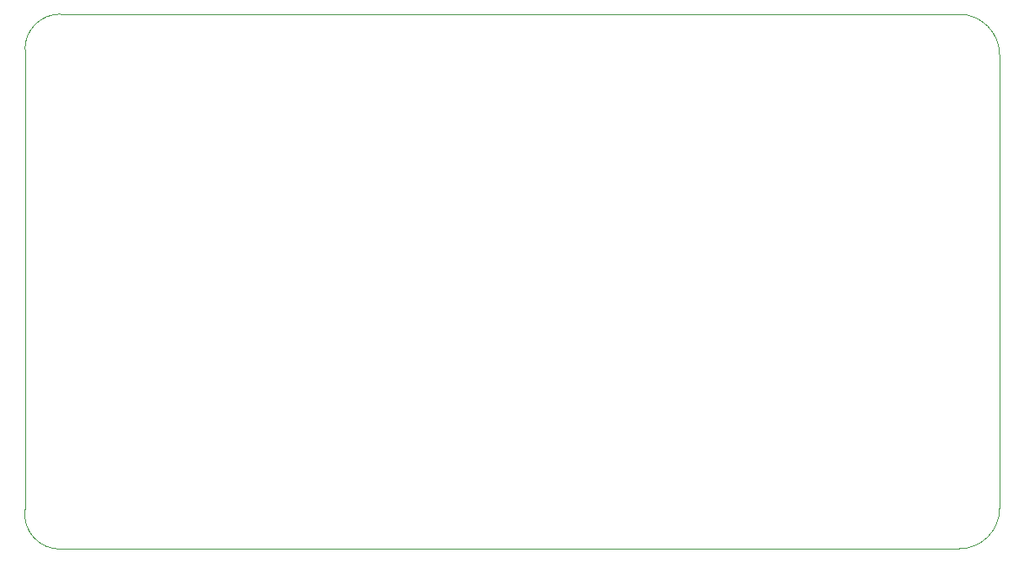
<source format=gbr>
%TF.GenerationSoftware,KiCad,Pcbnew,7.0.2*%
%TF.CreationDate,2023-06-20T04:31:58+02:00*%
%TF.ProjectId,SenseU_Mainboard,53656e73-6555-45f4-9d61-696e626f6172,rev?*%
%TF.SameCoordinates,Original*%
%TF.FileFunction,Profile,NP*%
%FSLAX46Y46*%
G04 Gerber Fmt 4.6, Leading zero omitted, Abs format (unit mm)*
G04 Created by KiCad (PCBNEW 7.0.2) date 2023-06-20 04:31:58*
%MOMM*%
%LPD*%
G01*
G04 APERTURE LIST*
%TA.AperFunction,Profile*%
%ADD10C,0.100000*%
%TD*%
G04 APERTURE END LIST*
D10*
X194564000Y-96520000D02*
G75*
G03*
X190500000Y-92456000I-4064000J0D01*
G01*
X96506546Y-142305688D02*
G75*
G03*
X100116077Y-146341518I3509654J-493112D01*
G01*
X100050472Y-92430382D02*
G75*
G03*
X96494473Y-96012000I28J-3556118D01*
G01*
X194564000Y-96520000D02*
X194573825Y-142241772D01*
X96506540Y-142305687D02*
X96494472Y-96012000D01*
X190509825Y-146305825D02*
G75*
G03*
X194573825Y-142241772I-25J4064025D01*
G01*
X100050472Y-92430381D02*
X190500000Y-92455099D01*
X100116077Y-146341519D02*
X190509825Y-146305772D01*
M02*

</source>
